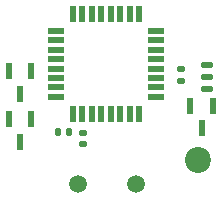
<source format=gbr>
%TF.GenerationSoftware,KiCad,Pcbnew,8.0.1*%
%TF.CreationDate,2024-07-23T23:42:04-04:00*%
%TF.ProjectId,PartyTorch-PCB,50617274-7954-46f7-9263-682d5043422e,rev?*%
%TF.SameCoordinates,Original*%
%TF.FileFunction,Soldermask,Bot*%
%TF.FilePolarity,Negative*%
%FSLAX46Y46*%
G04 Gerber Fmt 4.6, Leading zero omitted, Abs format (unit mm)*
G04 Created by KiCad (PCBNEW 8.0.1) date 2024-07-23 23:42:04*
%MOMM*%
%LPD*%
G01*
G04 APERTURE LIST*
G04 Aperture macros list*
%AMRoundRect*
0 Rectangle with rounded corners*
0 $1 Rounding radius*
0 $2 $3 $4 $5 $6 $7 $8 $9 X,Y pos of 4 corners*
0 Add a 4 corners polygon primitive as box body*
4,1,4,$2,$3,$4,$5,$6,$7,$8,$9,$2,$3,0*
0 Add four circle primitives for the rounded corners*
1,1,$1+$1,$2,$3*
1,1,$1+$1,$4,$5*
1,1,$1+$1,$6,$7*
1,1,$1+$1,$8,$9*
0 Add four rect primitives between the rounded corners*
20,1,$1+$1,$2,$3,$4,$5,0*
20,1,$1+$1,$4,$5,$6,$7,0*
20,1,$1+$1,$6,$7,$8,$9,0*
20,1,$1+$1,$8,$9,$2,$3,0*%
G04 Aperture macros list end*
%ADD10C,2.200000*%
%ADD11R,0.558800X1.422400*%
%ADD12RoundRect,0.125000X-0.375000X-0.125000X0.375000X-0.125000X0.375000X0.125000X-0.375000X0.125000X0*%
%ADD13RoundRect,0.140000X-0.170000X0.140000X-0.170000X-0.140000X0.170000X-0.140000X0.170000X0.140000X0*%
%ADD14RoundRect,0.140000X0.140000X0.170000X-0.140000X0.170000X-0.140000X-0.170000X0.140000X-0.170000X0*%
%ADD15C,1.500000*%
%ADD16RoundRect,0.135000X-0.185000X0.135000X-0.185000X-0.135000X0.185000X-0.135000X0.185000X0.135000X0*%
%ADD17R,0.500800X1.461200*%
%ADD18R,1.461200X0.500800*%
G04 APERTURE END LIST*
D10*
%TO.C,H1*%
X133410000Y-113200000D03*
%TD*%
D11*
%TO.C,U3*%
X117365000Y-109690000D03*
X119270000Y-109690000D03*
X118317500Y-111620399D03*
%TD*%
D12*
%TO.C,U6*%
X134125001Y-105120000D03*
X134125001Y-106120000D03*
X134125000Y-107120000D03*
%TD*%
D13*
%TO.C,C1*%
X123650000Y-110870000D03*
X123650000Y-111830000D03*
%TD*%
D14*
%TO.C,C2*%
X122470000Y-110760000D03*
X121510000Y-110760000D03*
%TD*%
D11*
%TO.C,U4*%
X117365000Y-105640000D03*
X119270000Y-105640000D03*
X118317500Y-107570399D03*
%TD*%
%TO.C,U5*%
X132755000Y-108560000D03*
X134660000Y-108560000D03*
X133707500Y-110490399D03*
%TD*%
D15*
%TO.C,Y1*%
X128140000Y-115230000D03*
X123260000Y-115230000D03*
%TD*%
D16*
%TO.C,R1*%
X131990000Y-105460001D03*
X131990000Y-106479999D03*
%TD*%
D17*
%TO.C,U2*%
X128410000Y-109269998D03*
X127610002Y-109269998D03*
X126810001Y-109269998D03*
X126010000Y-109269998D03*
X125210002Y-109269998D03*
X124410001Y-109269998D03*
X123610002Y-109269998D03*
X122810002Y-109269998D03*
D18*
X121360002Y-107819998D03*
X121360002Y-107020000D03*
X121360002Y-106219999D03*
X121360002Y-105419998D03*
X121360002Y-104620000D03*
X121360002Y-103819999D03*
X121360002Y-103020000D03*
X121360002Y-102220000D03*
D17*
X122810002Y-100770000D03*
X123610000Y-100770000D03*
X124410001Y-100770000D03*
X125210002Y-100770000D03*
X126010000Y-100770000D03*
X126810001Y-100770000D03*
X127610000Y-100770000D03*
X128410000Y-100770000D03*
D18*
X129860000Y-102220000D03*
X129860000Y-103019998D03*
X129860000Y-103819999D03*
X129860000Y-104620000D03*
X129860000Y-105419998D03*
X129860000Y-106219999D03*
X129860000Y-107019998D03*
X129860000Y-107819998D03*
%TD*%
M02*

</source>
